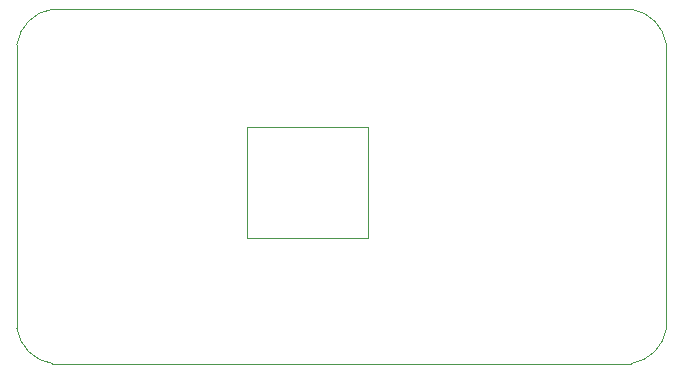
<source format=gm1>
G04*
G04 #@! TF.GenerationSoftware,Altium Limited,Altium Designer,19.1.8 (144)*
G04*
G04 Layer_Color=16711935*
%FSLAX25Y25*%
%MOIN*%
G70*
G01*
G75*
%ADD13C,0.00394*%
D13*
X204724Y0D02*
G03*
X216535Y11811I-1969J13780D01*
G01*
X216535Y106299D02*
G03*
X204724Y118110I-13780J-1969D01*
G01*
X11811Y118110D02*
G03*
X0Y106299I1969J-13780D01*
G01*
X-0Y11811D02*
G03*
X11811Y-0I13780J1969D01*
G01*
X76772Y78740D02*
X116929D01*
Y41732D02*
Y78740D01*
X76772Y41732D02*
X116929D01*
X76772D02*
Y78740D01*
X11811Y-0D02*
X204724D01*
X204724Y0D01*
X216535Y11811D02*
Y106299D01*
X216535Y106299D01*
X11811Y118110D02*
X204724D01*
X11811Y118110D02*
X11811Y118110D01*
X-0Y106299D02*
X0Y106299D01*
X-0Y11811D02*
Y106299D01*
M02*

</source>
